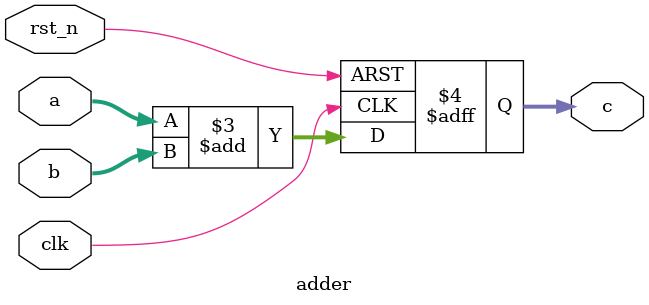
<source format=v>
module adder(clk, rst_n, a, b, c);
	input [3:0] a;
	input [3:0] b;
	output [7:0] c;
	input clk, rst_n;

	wire [3:0] a;
	wire [3:0] b;
	reg [7:0] c;

	always @(posedge clk or negedge rst_n) begin
		if (rst_n == 1'b0)
			c <= 8'b0;
		else
			c <= a+b;
	end
endmodule
</source>
